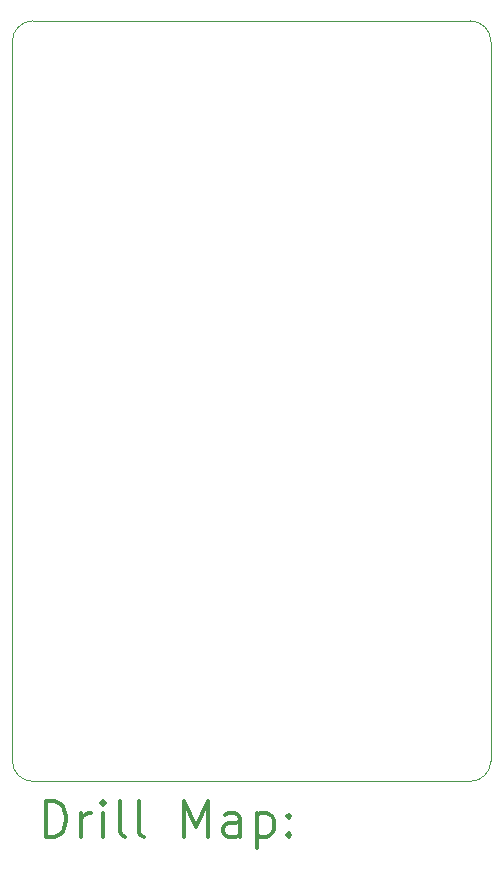
<source format=gbr>
%FSLAX45Y45*%
G04 Gerber Fmt 4.5, Leading zero omitted, Abs format (unit mm)*
G04 Created by KiCad (PCBNEW (5.1.6)-1) date 2023-06-21 17:15:14*
%MOMM*%
%LPD*%
G01*
G04 APERTURE LIST*
%TA.AperFunction,Profile*%
%ADD10C,0.050000*%
%TD*%
%ADD11C,0.200000*%
%ADD12C,0.300000*%
G04 APERTURE END LIST*
D10*
X15560548Y-7366000D02*
G75*
G02*
X15735318Y-7191230I174770J0D01*
G01*
X15734810Y-13630167D02*
G75*
G02*
X15560548Y-13456412I0J174263D01*
G01*
X19612864Y-13455378D02*
G75*
G02*
X19438094Y-13630148I-174770J0D01*
G01*
X19438602Y-7191230D02*
G75*
G02*
X19613372Y-7366000I0J-174770D01*
G01*
X19612864Y-12392660D02*
X19613372Y-7366000D01*
X15735318Y-7191230D02*
X19438602Y-7191230D01*
X15560548Y-13456412D02*
X15560548Y-7366000D01*
X19438094Y-13630148D02*
X15734810Y-13630167D01*
X19612864Y-12392660D02*
X19612864Y-13455378D01*
D11*
D12*
X15844476Y-14098381D02*
X15844476Y-13798381D01*
X15915905Y-13798381D01*
X15958762Y-13812667D01*
X15987334Y-13841239D01*
X16001619Y-13869810D01*
X16015905Y-13926953D01*
X16015905Y-13969810D01*
X16001619Y-14026953D01*
X15987334Y-14055524D01*
X15958762Y-14084096D01*
X15915905Y-14098381D01*
X15844476Y-14098381D01*
X16144476Y-14098381D02*
X16144476Y-13898381D01*
X16144476Y-13955524D02*
X16158762Y-13926953D01*
X16173048Y-13912667D01*
X16201619Y-13898381D01*
X16230191Y-13898381D01*
X16330191Y-14098381D02*
X16330191Y-13898381D01*
X16330191Y-13798381D02*
X16315905Y-13812667D01*
X16330191Y-13826953D01*
X16344476Y-13812667D01*
X16330191Y-13798381D01*
X16330191Y-13826953D01*
X16515905Y-14098381D02*
X16487334Y-14084096D01*
X16473048Y-14055524D01*
X16473048Y-13798381D01*
X16673048Y-14098381D02*
X16644476Y-14084096D01*
X16630191Y-14055524D01*
X16630191Y-13798381D01*
X17015905Y-14098381D02*
X17015905Y-13798381D01*
X17115905Y-14012667D01*
X17215905Y-13798381D01*
X17215905Y-14098381D01*
X17487334Y-14098381D02*
X17487334Y-13941239D01*
X17473048Y-13912667D01*
X17444476Y-13898381D01*
X17387334Y-13898381D01*
X17358762Y-13912667D01*
X17487334Y-14084096D02*
X17458762Y-14098381D01*
X17387334Y-14098381D01*
X17358762Y-14084096D01*
X17344476Y-14055524D01*
X17344476Y-14026953D01*
X17358762Y-13998381D01*
X17387334Y-13984096D01*
X17458762Y-13984096D01*
X17487334Y-13969810D01*
X17630191Y-13898381D02*
X17630191Y-14198381D01*
X17630191Y-13912667D02*
X17658762Y-13898381D01*
X17715905Y-13898381D01*
X17744476Y-13912667D01*
X17758762Y-13926953D01*
X17773048Y-13955524D01*
X17773048Y-14041239D01*
X17758762Y-14069810D01*
X17744476Y-14084096D01*
X17715905Y-14098381D01*
X17658762Y-14098381D01*
X17630191Y-14084096D01*
X17901619Y-14069810D02*
X17915905Y-14084096D01*
X17901619Y-14098381D01*
X17887334Y-14084096D01*
X17901619Y-14069810D01*
X17901619Y-14098381D01*
X17901619Y-13912667D02*
X17915905Y-13926953D01*
X17901619Y-13941239D01*
X17887334Y-13926953D01*
X17901619Y-13912667D01*
X17901619Y-13941239D01*
M02*

</source>
